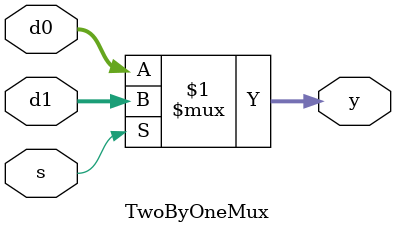
<source format=sv>
`timescale 1ns / 1ps


module TwoByOneMux(
    input [31:0] d0,
    input [31:0] d1,
    input s,
    output [31:0] y
    );
    
    assign y = s ? d1 : d0;
    
endmodule

</source>
